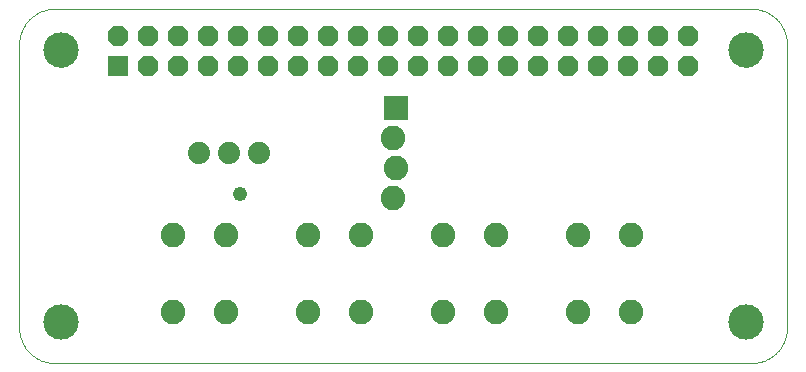
<source format=gbs>
G75*
%MOIN*%
%OFA0B0*%
%FSLAX25Y25*%
%IPPOS*%
%LPD*%
%AMOC8*
5,1,8,0,0,1.08239X$1,22.5*
%
%ADD10C,0.07400*%
%ADD11C,0.08200*%
%ADD12R,0.08200X0.08200*%
%ADD13C,0.00000*%
%ADD14C,0.11824*%
%ADD15R,0.06800X0.06800*%
%ADD16OC8,0.06800*%
%ADD17C,0.04800*%
D10*
X0065000Y0075000D03*
X0075000Y0075000D03*
X0085000Y0075000D03*
D11*
X0129500Y0080000D03*
X0130500Y0070000D03*
X0129500Y0060000D03*
X0118900Y0047800D03*
X0101100Y0047800D03*
X0073900Y0047800D03*
X0056100Y0047800D03*
X0056100Y0022200D03*
X0073900Y0022200D03*
X0101100Y0022200D03*
X0118900Y0022200D03*
X0146100Y0022200D03*
X0163900Y0022200D03*
X0191100Y0022200D03*
X0208900Y0022200D03*
X0208900Y0047800D03*
X0191100Y0047800D03*
X0163900Y0047800D03*
X0146100Y0047800D03*
D12*
X0130500Y0090000D03*
D13*
X0016811Y0005000D02*
X0249094Y0005000D01*
X0249379Y0005003D01*
X0249665Y0005014D01*
X0249950Y0005031D01*
X0250234Y0005055D01*
X0250518Y0005086D01*
X0250801Y0005124D01*
X0251082Y0005169D01*
X0251363Y0005220D01*
X0251643Y0005278D01*
X0251921Y0005343D01*
X0252197Y0005415D01*
X0252471Y0005493D01*
X0252744Y0005578D01*
X0253014Y0005670D01*
X0253282Y0005768D01*
X0253548Y0005872D01*
X0253811Y0005983D01*
X0254071Y0006100D01*
X0254329Y0006223D01*
X0254583Y0006353D01*
X0254834Y0006489D01*
X0255082Y0006630D01*
X0255326Y0006778D01*
X0255567Y0006931D01*
X0255803Y0007091D01*
X0256036Y0007256D01*
X0256265Y0007426D01*
X0256490Y0007602D01*
X0256710Y0007784D01*
X0256926Y0007970D01*
X0257137Y0008162D01*
X0257344Y0008359D01*
X0257546Y0008561D01*
X0257743Y0008768D01*
X0257935Y0008979D01*
X0258121Y0009195D01*
X0258303Y0009415D01*
X0258479Y0009640D01*
X0258649Y0009869D01*
X0258814Y0010102D01*
X0258974Y0010338D01*
X0259127Y0010579D01*
X0259275Y0010823D01*
X0259416Y0011071D01*
X0259552Y0011322D01*
X0259682Y0011576D01*
X0259805Y0011834D01*
X0259922Y0012094D01*
X0260033Y0012357D01*
X0260137Y0012623D01*
X0260235Y0012891D01*
X0260327Y0013161D01*
X0260412Y0013434D01*
X0260490Y0013708D01*
X0260562Y0013984D01*
X0260627Y0014262D01*
X0260685Y0014542D01*
X0260736Y0014823D01*
X0260781Y0015104D01*
X0260819Y0015387D01*
X0260850Y0015671D01*
X0260874Y0015955D01*
X0260891Y0016240D01*
X0260902Y0016526D01*
X0260905Y0016811D01*
X0260906Y0016811D02*
X0260906Y0111299D01*
X0260905Y0111299D02*
X0260902Y0111584D01*
X0260891Y0111870D01*
X0260874Y0112155D01*
X0260850Y0112439D01*
X0260819Y0112723D01*
X0260781Y0113006D01*
X0260736Y0113287D01*
X0260685Y0113568D01*
X0260627Y0113848D01*
X0260562Y0114126D01*
X0260490Y0114402D01*
X0260412Y0114676D01*
X0260327Y0114949D01*
X0260235Y0115219D01*
X0260137Y0115487D01*
X0260033Y0115753D01*
X0259922Y0116016D01*
X0259805Y0116276D01*
X0259682Y0116534D01*
X0259552Y0116788D01*
X0259416Y0117039D01*
X0259275Y0117287D01*
X0259127Y0117531D01*
X0258974Y0117772D01*
X0258814Y0118008D01*
X0258649Y0118241D01*
X0258479Y0118470D01*
X0258303Y0118695D01*
X0258121Y0118915D01*
X0257935Y0119131D01*
X0257743Y0119342D01*
X0257546Y0119549D01*
X0257344Y0119751D01*
X0257137Y0119948D01*
X0256926Y0120140D01*
X0256710Y0120326D01*
X0256490Y0120508D01*
X0256265Y0120684D01*
X0256036Y0120854D01*
X0255803Y0121019D01*
X0255567Y0121179D01*
X0255326Y0121332D01*
X0255082Y0121480D01*
X0254834Y0121621D01*
X0254583Y0121757D01*
X0254329Y0121887D01*
X0254071Y0122010D01*
X0253811Y0122127D01*
X0253548Y0122238D01*
X0253282Y0122342D01*
X0253014Y0122440D01*
X0252744Y0122532D01*
X0252471Y0122617D01*
X0252197Y0122695D01*
X0251921Y0122767D01*
X0251643Y0122832D01*
X0251363Y0122890D01*
X0251082Y0122941D01*
X0250801Y0122986D01*
X0250518Y0123024D01*
X0250234Y0123055D01*
X0249950Y0123079D01*
X0249665Y0123096D01*
X0249379Y0123107D01*
X0249094Y0123110D01*
X0016811Y0123110D01*
X0016526Y0123107D01*
X0016240Y0123096D01*
X0015955Y0123079D01*
X0015671Y0123055D01*
X0015387Y0123024D01*
X0015104Y0122986D01*
X0014823Y0122941D01*
X0014542Y0122890D01*
X0014262Y0122832D01*
X0013984Y0122767D01*
X0013708Y0122695D01*
X0013434Y0122617D01*
X0013161Y0122532D01*
X0012891Y0122440D01*
X0012623Y0122342D01*
X0012357Y0122238D01*
X0012094Y0122127D01*
X0011834Y0122010D01*
X0011576Y0121887D01*
X0011322Y0121757D01*
X0011071Y0121621D01*
X0010823Y0121480D01*
X0010579Y0121332D01*
X0010338Y0121179D01*
X0010102Y0121019D01*
X0009869Y0120854D01*
X0009640Y0120684D01*
X0009415Y0120508D01*
X0009195Y0120326D01*
X0008979Y0120140D01*
X0008768Y0119948D01*
X0008561Y0119751D01*
X0008359Y0119549D01*
X0008162Y0119342D01*
X0007970Y0119131D01*
X0007784Y0118915D01*
X0007602Y0118695D01*
X0007426Y0118470D01*
X0007256Y0118241D01*
X0007091Y0118008D01*
X0006931Y0117772D01*
X0006778Y0117531D01*
X0006630Y0117287D01*
X0006489Y0117039D01*
X0006353Y0116788D01*
X0006223Y0116534D01*
X0006100Y0116276D01*
X0005983Y0116016D01*
X0005872Y0115753D01*
X0005768Y0115487D01*
X0005670Y0115219D01*
X0005578Y0114949D01*
X0005493Y0114676D01*
X0005415Y0114402D01*
X0005343Y0114126D01*
X0005278Y0113848D01*
X0005220Y0113568D01*
X0005169Y0113287D01*
X0005124Y0113006D01*
X0005086Y0112723D01*
X0005055Y0112439D01*
X0005031Y0112155D01*
X0005014Y0111870D01*
X0005003Y0111584D01*
X0005000Y0111299D01*
X0005000Y0016811D01*
X0005003Y0016526D01*
X0005014Y0016240D01*
X0005031Y0015955D01*
X0005055Y0015671D01*
X0005086Y0015387D01*
X0005124Y0015104D01*
X0005169Y0014823D01*
X0005220Y0014542D01*
X0005278Y0014262D01*
X0005343Y0013984D01*
X0005415Y0013708D01*
X0005493Y0013434D01*
X0005578Y0013161D01*
X0005670Y0012891D01*
X0005768Y0012623D01*
X0005872Y0012357D01*
X0005983Y0012094D01*
X0006100Y0011834D01*
X0006223Y0011576D01*
X0006353Y0011322D01*
X0006489Y0011071D01*
X0006630Y0010823D01*
X0006778Y0010579D01*
X0006931Y0010338D01*
X0007091Y0010102D01*
X0007256Y0009869D01*
X0007426Y0009640D01*
X0007602Y0009415D01*
X0007784Y0009195D01*
X0007970Y0008979D01*
X0008162Y0008768D01*
X0008359Y0008561D01*
X0008561Y0008359D01*
X0008768Y0008162D01*
X0008979Y0007970D01*
X0009195Y0007784D01*
X0009415Y0007602D01*
X0009640Y0007426D01*
X0009869Y0007256D01*
X0010102Y0007091D01*
X0010338Y0006931D01*
X0010579Y0006778D01*
X0010823Y0006630D01*
X0011071Y0006489D01*
X0011322Y0006353D01*
X0011576Y0006223D01*
X0011834Y0006100D01*
X0012094Y0005983D01*
X0012357Y0005872D01*
X0012623Y0005768D01*
X0012891Y0005670D01*
X0013161Y0005578D01*
X0013434Y0005493D01*
X0013708Y0005415D01*
X0013984Y0005343D01*
X0014262Y0005278D01*
X0014542Y0005220D01*
X0014823Y0005169D01*
X0015104Y0005124D01*
X0015387Y0005086D01*
X0015671Y0005055D01*
X0015955Y0005031D01*
X0016240Y0005014D01*
X0016526Y0005003D01*
X0016811Y0005000D01*
X0013268Y0018780D02*
X0013270Y0018928D01*
X0013276Y0019076D01*
X0013286Y0019224D01*
X0013300Y0019371D01*
X0013318Y0019518D01*
X0013339Y0019664D01*
X0013365Y0019810D01*
X0013395Y0019955D01*
X0013428Y0020099D01*
X0013466Y0020242D01*
X0013507Y0020384D01*
X0013552Y0020525D01*
X0013600Y0020665D01*
X0013653Y0020804D01*
X0013709Y0020941D01*
X0013769Y0021076D01*
X0013832Y0021210D01*
X0013899Y0021342D01*
X0013970Y0021472D01*
X0014044Y0021600D01*
X0014121Y0021726D01*
X0014202Y0021850D01*
X0014286Y0021972D01*
X0014373Y0022091D01*
X0014464Y0022208D01*
X0014558Y0022323D01*
X0014654Y0022435D01*
X0014754Y0022545D01*
X0014856Y0022651D01*
X0014962Y0022755D01*
X0015070Y0022856D01*
X0015181Y0022954D01*
X0015294Y0023050D01*
X0015410Y0023142D01*
X0015528Y0023231D01*
X0015649Y0023316D01*
X0015772Y0023399D01*
X0015897Y0023478D01*
X0016024Y0023554D01*
X0016153Y0023626D01*
X0016284Y0023695D01*
X0016417Y0023760D01*
X0016552Y0023821D01*
X0016688Y0023879D01*
X0016825Y0023934D01*
X0016964Y0023984D01*
X0017105Y0024031D01*
X0017246Y0024074D01*
X0017389Y0024114D01*
X0017533Y0024149D01*
X0017677Y0024181D01*
X0017823Y0024208D01*
X0017969Y0024232D01*
X0018116Y0024252D01*
X0018263Y0024268D01*
X0018410Y0024280D01*
X0018558Y0024288D01*
X0018706Y0024292D01*
X0018854Y0024292D01*
X0019002Y0024288D01*
X0019150Y0024280D01*
X0019297Y0024268D01*
X0019444Y0024252D01*
X0019591Y0024232D01*
X0019737Y0024208D01*
X0019883Y0024181D01*
X0020027Y0024149D01*
X0020171Y0024114D01*
X0020314Y0024074D01*
X0020455Y0024031D01*
X0020596Y0023984D01*
X0020735Y0023934D01*
X0020872Y0023879D01*
X0021008Y0023821D01*
X0021143Y0023760D01*
X0021276Y0023695D01*
X0021407Y0023626D01*
X0021536Y0023554D01*
X0021663Y0023478D01*
X0021788Y0023399D01*
X0021911Y0023316D01*
X0022032Y0023231D01*
X0022150Y0023142D01*
X0022266Y0023050D01*
X0022379Y0022954D01*
X0022490Y0022856D01*
X0022598Y0022755D01*
X0022704Y0022651D01*
X0022806Y0022545D01*
X0022906Y0022435D01*
X0023002Y0022323D01*
X0023096Y0022208D01*
X0023187Y0022091D01*
X0023274Y0021972D01*
X0023358Y0021850D01*
X0023439Y0021726D01*
X0023516Y0021600D01*
X0023590Y0021472D01*
X0023661Y0021342D01*
X0023728Y0021210D01*
X0023791Y0021076D01*
X0023851Y0020941D01*
X0023907Y0020804D01*
X0023960Y0020665D01*
X0024008Y0020525D01*
X0024053Y0020384D01*
X0024094Y0020242D01*
X0024132Y0020099D01*
X0024165Y0019955D01*
X0024195Y0019810D01*
X0024221Y0019664D01*
X0024242Y0019518D01*
X0024260Y0019371D01*
X0024274Y0019224D01*
X0024284Y0019076D01*
X0024290Y0018928D01*
X0024292Y0018780D01*
X0024290Y0018632D01*
X0024284Y0018484D01*
X0024274Y0018336D01*
X0024260Y0018189D01*
X0024242Y0018042D01*
X0024221Y0017896D01*
X0024195Y0017750D01*
X0024165Y0017605D01*
X0024132Y0017461D01*
X0024094Y0017318D01*
X0024053Y0017176D01*
X0024008Y0017035D01*
X0023960Y0016895D01*
X0023907Y0016756D01*
X0023851Y0016619D01*
X0023791Y0016484D01*
X0023728Y0016350D01*
X0023661Y0016218D01*
X0023590Y0016088D01*
X0023516Y0015960D01*
X0023439Y0015834D01*
X0023358Y0015710D01*
X0023274Y0015588D01*
X0023187Y0015469D01*
X0023096Y0015352D01*
X0023002Y0015237D01*
X0022906Y0015125D01*
X0022806Y0015015D01*
X0022704Y0014909D01*
X0022598Y0014805D01*
X0022490Y0014704D01*
X0022379Y0014606D01*
X0022266Y0014510D01*
X0022150Y0014418D01*
X0022032Y0014329D01*
X0021911Y0014244D01*
X0021788Y0014161D01*
X0021663Y0014082D01*
X0021536Y0014006D01*
X0021407Y0013934D01*
X0021276Y0013865D01*
X0021143Y0013800D01*
X0021008Y0013739D01*
X0020872Y0013681D01*
X0020735Y0013626D01*
X0020596Y0013576D01*
X0020455Y0013529D01*
X0020314Y0013486D01*
X0020171Y0013446D01*
X0020027Y0013411D01*
X0019883Y0013379D01*
X0019737Y0013352D01*
X0019591Y0013328D01*
X0019444Y0013308D01*
X0019297Y0013292D01*
X0019150Y0013280D01*
X0019002Y0013272D01*
X0018854Y0013268D01*
X0018706Y0013268D01*
X0018558Y0013272D01*
X0018410Y0013280D01*
X0018263Y0013292D01*
X0018116Y0013308D01*
X0017969Y0013328D01*
X0017823Y0013352D01*
X0017677Y0013379D01*
X0017533Y0013411D01*
X0017389Y0013446D01*
X0017246Y0013486D01*
X0017105Y0013529D01*
X0016964Y0013576D01*
X0016825Y0013626D01*
X0016688Y0013681D01*
X0016552Y0013739D01*
X0016417Y0013800D01*
X0016284Y0013865D01*
X0016153Y0013934D01*
X0016024Y0014006D01*
X0015897Y0014082D01*
X0015772Y0014161D01*
X0015649Y0014244D01*
X0015528Y0014329D01*
X0015410Y0014418D01*
X0015294Y0014510D01*
X0015181Y0014606D01*
X0015070Y0014704D01*
X0014962Y0014805D01*
X0014856Y0014909D01*
X0014754Y0015015D01*
X0014654Y0015125D01*
X0014558Y0015237D01*
X0014464Y0015352D01*
X0014373Y0015469D01*
X0014286Y0015588D01*
X0014202Y0015710D01*
X0014121Y0015834D01*
X0014044Y0015960D01*
X0013970Y0016088D01*
X0013899Y0016218D01*
X0013832Y0016350D01*
X0013769Y0016484D01*
X0013709Y0016619D01*
X0013653Y0016756D01*
X0013600Y0016895D01*
X0013552Y0017035D01*
X0013507Y0017176D01*
X0013466Y0017318D01*
X0013428Y0017461D01*
X0013395Y0017605D01*
X0013365Y0017750D01*
X0013339Y0017896D01*
X0013318Y0018042D01*
X0013300Y0018189D01*
X0013286Y0018336D01*
X0013276Y0018484D01*
X0013270Y0018632D01*
X0013268Y0018780D01*
X0013268Y0109331D02*
X0013270Y0109479D01*
X0013276Y0109627D01*
X0013286Y0109775D01*
X0013300Y0109922D01*
X0013318Y0110069D01*
X0013339Y0110215D01*
X0013365Y0110361D01*
X0013395Y0110506D01*
X0013428Y0110650D01*
X0013466Y0110793D01*
X0013507Y0110935D01*
X0013552Y0111076D01*
X0013600Y0111216D01*
X0013653Y0111355D01*
X0013709Y0111492D01*
X0013769Y0111627D01*
X0013832Y0111761D01*
X0013899Y0111893D01*
X0013970Y0112023D01*
X0014044Y0112151D01*
X0014121Y0112277D01*
X0014202Y0112401D01*
X0014286Y0112523D01*
X0014373Y0112642D01*
X0014464Y0112759D01*
X0014558Y0112874D01*
X0014654Y0112986D01*
X0014754Y0113096D01*
X0014856Y0113202D01*
X0014962Y0113306D01*
X0015070Y0113407D01*
X0015181Y0113505D01*
X0015294Y0113601D01*
X0015410Y0113693D01*
X0015528Y0113782D01*
X0015649Y0113867D01*
X0015772Y0113950D01*
X0015897Y0114029D01*
X0016024Y0114105D01*
X0016153Y0114177D01*
X0016284Y0114246D01*
X0016417Y0114311D01*
X0016552Y0114372D01*
X0016688Y0114430D01*
X0016825Y0114485D01*
X0016964Y0114535D01*
X0017105Y0114582D01*
X0017246Y0114625D01*
X0017389Y0114665D01*
X0017533Y0114700D01*
X0017677Y0114732D01*
X0017823Y0114759D01*
X0017969Y0114783D01*
X0018116Y0114803D01*
X0018263Y0114819D01*
X0018410Y0114831D01*
X0018558Y0114839D01*
X0018706Y0114843D01*
X0018854Y0114843D01*
X0019002Y0114839D01*
X0019150Y0114831D01*
X0019297Y0114819D01*
X0019444Y0114803D01*
X0019591Y0114783D01*
X0019737Y0114759D01*
X0019883Y0114732D01*
X0020027Y0114700D01*
X0020171Y0114665D01*
X0020314Y0114625D01*
X0020455Y0114582D01*
X0020596Y0114535D01*
X0020735Y0114485D01*
X0020872Y0114430D01*
X0021008Y0114372D01*
X0021143Y0114311D01*
X0021276Y0114246D01*
X0021407Y0114177D01*
X0021536Y0114105D01*
X0021663Y0114029D01*
X0021788Y0113950D01*
X0021911Y0113867D01*
X0022032Y0113782D01*
X0022150Y0113693D01*
X0022266Y0113601D01*
X0022379Y0113505D01*
X0022490Y0113407D01*
X0022598Y0113306D01*
X0022704Y0113202D01*
X0022806Y0113096D01*
X0022906Y0112986D01*
X0023002Y0112874D01*
X0023096Y0112759D01*
X0023187Y0112642D01*
X0023274Y0112523D01*
X0023358Y0112401D01*
X0023439Y0112277D01*
X0023516Y0112151D01*
X0023590Y0112023D01*
X0023661Y0111893D01*
X0023728Y0111761D01*
X0023791Y0111627D01*
X0023851Y0111492D01*
X0023907Y0111355D01*
X0023960Y0111216D01*
X0024008Y0111076D01*
X0024053Y0110935D01*
X0024094Y0110793D01*
X0024132Y0110650D01*
X0024165Y0110506D01*
X0024195Y0110361D01*
X0024221Y0110215D01*
X0024242Y0110069D01*
X0024260Y0109922D01*
X0024274Y0109775D01*
X0024284Y0109627D01*
X0024290Y0109479D01*
X0024292Y0109331D01*
X0024290Y0109183D01*
X0024284Y0109035D01*
X0024274Y0108887D01*
X0024260Y0108740D01*
X0024242Y0108593D01*
X0024221Y0108447D01*
X0024195Y0108301D01*
X0024165Y0108156D01*
X0024132Y0108012D01*
X0024094Y0107869D01*
X0024053Y0107727D01*
X0024008Y0107586D01*
X0023960Y0107446D01*
X0023907Y0107307D01*
X0023851Y0107170D01*
X0023791Y0107035D01*
X0023728Y0106901D01*
X0023661Y0106769D01*
X0023590Y0106639D01*
X0023516Y0106511D01*
X0023439Y0106385D01*
X0023358Y0106261D01*
X0023274Y0106139D01*
X0023187Y0106020D01*
X0023096Y0105903D01*
X0023002Y0105788D01*
X0022906Y0105676D01*
X0022806Y0105566D01*
X0022704Y0105460D01*
X0022598Y0105356D01*
X0022490Y0105255D01*
X0022379Y0105157D01*
X0022266Y0105061D01*
X0022150Y0104969D01*
X0022032Y0104880D01*
X0021911Y0104795D01*
X0021788Y0104712D01*
X0021663Y0104633D01*
X0021536Y0104557D01*
X0021407Y0104485D01*
X0021276Y0104416D01*
X0021143Y0104351D01*
X0021008Y0104290D01*
X0020872Y0104232D01*
X0020735Y0104177D01*
X0020596Y0104127D01*
X0020455Y0104080D01*
X0020314Y0104037D01*
X0020171Y0103997D01*
X0020027Y0103962D01*
X0019883Y0103930D01*
X0019737Y0103903D01*
X0019591Y0103879D01*
X0019444Y0103859D01*
X0019297Y0103843D01*
X0019150Y0103831D01*
X0019002Y0103823D01*
X0018854Y0103819D01*
X0018706Y0103819D01*
X0018558Y0103823D01*
X0018410Y0103831D01*
X0018263Y0103843D01*
X0018116Y0103859D01*
X0017969Y0103879D01*
X0017823Y0103903D01*
X0017677Y0103930D01*
X0017533Y0103962D01*
X0017389Y0103997D01*
X0017246Y0104037D01*
X0017105Y0104080D01*
X0016964Y0104127D01*
X0016825Y0104177D01*
X0016688Y0104232D01*
X0016552Y0104290D01*
X0016417Y0104351D01*
X0016284Y0104416D01*
X0016153Y0104485D01*
X0016024Y0104557D01*
X0015897Y0104633D01*
X0015772Y0104712D01*
X0015649Y0104795D01*
X0015528Y0104880D01*
X0015410Y0104969D01*
X0015294Y0105061D01*
X0015181Y0105157D01*
X0015070Y0105255D01*
X0014962Y0105356D01*
X0014856Y0105460D01*
X0014754Y0105566D01*
X0014654Y0105676D01*
X0014558Y0105788D01*
X0014464Y0105903D01*
X0014373Y0106020D01*
X0014286Y0106139D01*
X0014202Y0106261D01*
X0014121Y0106385D01*
X0014044Y0106511D01*
X0013970Y0106639D01*
X0013899Y0106769D01*
X0013832Y0106901D01*
X0013769Y0107035D01*
X0013709Y0107170D01*
X0013653Y0107307D01*
X0013600Y0107446D01*
X0013552Y0107586D01*
X0013507Y0107727D01*
X0013466Y0107869D01*
X0013428Y0108012D01*
X0013395Y0108156D01*
X0013365Y0108301D01*
X0013339Y0108447D01*
X0013318Y0108593D01*
X0013300Y0108740D01*
X0013286Y0108887D01*
X0013276Y0109035D01*
X0013270Y0109183D01*
X0013268Y0109331D01*
X0241614Y0109331D02*
X0241616Y0109479D01*
X0241622Y0109627D01*
X0241632Y0109775D01*
X0241646Y0109922D01*
X0241664Y0110069D01*
X0241685Y0110215D01*
X0241711Y0110361D01*
X0241741Y0110506D01*
X0241774Y0110650D01*
X0241812Y0110793D01*
X0241853Y0110935D01*
X0241898Y0111076D01*
X0241946Y0111216D01*
X0241999Y0111355D01*
X0242055Y0111492D01*
X0242115Y0111627D01*
X0242178Y0111761D01*
X0242245Y0111893D01*
X0242316Y0112023D01*
X0242390Y0112151D01*
X0242467Y0112277D01*
X0242548Y0112401D01*
X0242632Y0112523D01*
X0242719Y0112642D01*
X0242810Y0112759D01*
X0242904Y0112874D01*
X0243000Y0112986D01*
X0243100Y0113096D01*
X0243202Y0113202D01*
X0243308Y0113306D01*
X0243416Y0113407D01*
X0243527Y0113505D01*
X0243640Y0113601D01*
X0243756Y0113693D01*
X0243874Y0113782D01*
X0243995Y0113867D01*
X0244118Y0113950D01*
X0244243Y0114029D01*
X0244370Y0114105D01*
X0244499Y0114177D01*
X0244630Y0114246D01*
X0244763Y0114311D01*
X0244898Y0114372D01*
X0245034Y0114430D01*
X0245171Y0114485D01*
X0245310Y0114535D01*
X0245451Y0114582D01*
X0245592Y0114625D01*
X0245735Y0114665D01*
X0245879Y0114700D01*
X0246023Y0114732D01*
X0246169Y0114759D01*
X0246315Y0114783D01*
X0246462Y0114803D01*
X0246609Y0114819D01*
X0246756Y0114831D01*
X0246904Y0114839D01*
X0247052Y0114843D01*
X0247200Y0114843D01*
X0247348Y0114839D01*
X0247496Y0114831D01*
X0247643Y0114819D01*
X0247790Y0114803D01*
X0247937Y0114783D01*
X0248083Y0114759D01*
X0248229Y0114732D01*
X0248373Y0114700D01*
X0248517Y0114665D01*
X0248660Y0114625D01*
X0248801Y0114582D01*
X0248942Y0114535D01*
X0249081Y0114485D01*
X0249218Y0114430D01*
X0249354Y0114372D01*
X0249489Y0114311D01*
X0249622Y0114246D01*
X0249753Y0114177D01*
X0249882Y0114105D01*
X0250009Y0114029D01*
X0250134Y0113950D01*
X0250257Y0113867D01*
X0250378Y0113782D01*
X0250496Y0113693D01*
X0250612Y0113601D01*
X0250725Y0113505D01*
X0250836Y0113407D01*
X0250944Y0113306D01*
X0251050Y0113202D01*
X0251152Y0113096D01*
X0251252Y0112986D01*
X0251348Y0112874D01*
X0251442Y0112759D01*
X0251533Y0112642D01*
X0251620Y0112523D01*
X0251704Y0112401D01*
X0251785Y0112277D01*
X0251862Y0112151D01*
X0251936Y0112023D01*
X0252007Y0111893D01*
X0252074Y0111761D01*
X0252137Y0111627D01*
X0252197Y0111492D01*
X0252253Y0111355D01*
X0252306Y0111216D01*
X0252354Y0111076D01*
X0252399Y0110935D01*
X0252440Y0110793D01*
X0252478Y0110650D01*
X0252511Y0110506D01*
X0252541Y0110361D01*
X0252567Y0110215D01*
X0252588Y0110069D01*
X0252606Y0109922D01*
X0252620Y0109775D01*
X0252630Y0109627D01*
X0252636Y0109479D01*
X0252638Y0109331D01*
X0252636Y0109183D01*
X0252630Y0109035D01*
X0252620Y0108887D01*
X0252606Y0108740D01*
X0252588Y0108593D01*
X0252567Y0108447D01*
X0252541Y0108301D01*
X0252511Y0108156D01*
X0252478Y0108012D01*
X0252440Y0107869D01*
X0252399Y0107727D01*
X0252354Y0107586D01*
X0252306Y0107446D01*
X0252253Y0107307D01*
X0252197Y0107170D01*
X0252137Y0107035D01*
X0252074Y0106901D01*
X0252007Y0106769D01*
X0251936Y0106639D01*
X0251862Y0106511D01*
X0251785Y0106385D01*
X0251704Y0106261D01*
X0251620Y0106139D01*
X0251533Y0106020D01*
X0251442Y0105903D01*
X0251348Y0105788D01*
X0251252Y0105676D01*
X0251152Y0105566D01*
X0251050Y0105460D01*
X0250944Y0105356D01*
X0250836Y0105255D01*
X0250725Y0105157D01*
X0250612Y0105061D01*
X0250496Y0104969D01*
X0250378Y0104880D01*
X0250257Y0104795D01*
X0250134Y0104712D01*
X0250009Y0104633D01*
X0249882Y0104557D01*
X0249753Y0104485D01*
X0249622Y0104416D01*
X0249489Y0104351D01*
X0249354Y0104290D01*
X0249218Y0104232D01*
X0249081Y0104177D01*
X0248942Y0104127D01*
X0248801Y0104080D01*
X0248660Y0104037D01*
X0248517Y0103997D01*
X0248373Y0103962D01*
X0248229Y0103930D01*
X0248083Y0103903D01*
X0247937Y0103879D01*
X0247790Y0103859D01*
X0247643Y0103843D01*
X0247496Y0103831D01*
X0247348Y0103823D01*
X0247200Y0103819D01*
X0247052Y0103819D01*
X0246904Y0103823D01*
X0246756Y0103831D01*
X0246609Y0103843D01*
X0246462Y0103859D01*
X0246315Y0103879D01*
X0246169Y0103903D01*
X0246023Y0103930D01*
X0245879Y0103962D01*
X0245735Y0103997D01*
X0245592Y0104037D01*
X0245451Y0104080D01*
X0245310Y0104127D01*
X0245171Y0104177D01*
X0245034Y0104232D01*
X0244898Y0104290D01*
X0244763Y0104351D01*
X0244630Y0104416D01*
X0244499Y0104485D01*
X0244370Y0104557D01*
X0244243Y0104633D01*
X0244118Y0104712D01*
X0243995Y0104795D01*
X0243874Y0104880D01*
X0243756Y0104969D01*
X0243640Y0105061D01*
X0243527Y0105157D01*
X0243416Y0105255D01*
X0243308Y0105356D01*
X0243202Y0105460D01*
X0243100Y0105566D01*
X0243000Y0105676D01*
X0242904Y0105788D01*
X0242810Y0105903D01*
X0242719Y0106020D01*
X0242632Y0106139D01*
X0242548Y0106261D01*
X0242467Y0106385D01*
X0242390Y0106511D01*
X0242316Y0106639D01*
X0242245Y0106769D01*
X0242178Y0106901D01*
X0242115Y0107035D01*
X0242055Y0107170D01*
X0241999Y0107307D01*
X0241946Y0107446D01*
X0241898Y0107586D01*
X0241853Y0107727D01*
X0241812Y0107869D01*
X0241774Y0108012D01*
X0241741Y0108156D01*
X0241711Y0108301D01*
X0241685Y0108447D01*
X0241664Y0108593D01*
X0241646Y0108740D01*
X0241632Y0108887D01*
X0241622Y0109035D01*
X0241616Y0109183D01*
X0241614Y0109331D01*
X0241614Y0018780D02*
X0241616Y0018928D01*
X0241622Y0019076D01*
X0241632Y0019224D01*
X0241646Y0019371D01*
X0241664Y0019518D01*
X0241685Y0019664D01*
X0241711Y0019810D01*
X0241741Y0019955D01*
X0241774Y0020099D01*
X0241812Y0020242D01*
X0241853Y0020384D01*
X0241898Y0020525D01*
X0241946Y0020665D01*
X0241999Y0020804D01*
X0242055Y0020941D01*
X0242115Y0021076D01*
X0242178Y0021210D01*
X0242245Y0021342D01*
X0242316Y0021472D01*
X0242390Y0021600D01*
X0242467Y0021726D01*
X0242548Y0021850D01*
X0242632Y0021972D01*
X0242719Y0022091D01*
X0242810Y0022208D01*
X0242904Y0022323D01*
X0243000Y0022435D01*
X0243100Y0022545D01*
X0243202Y0022651D01*
X0243308Y0022755D01*
X0243416Y0022856D01*
X0243527Y0022954D01*
X0243640Y0023050D01*
X0243756Y0023142D01*
X0243874Y0023231D01*
X0243995Y0023316D01*
X0244118Y0023399D01*
X0244243Y0023478D01*
X0244370Y0023554D01*
X0244499Y0023626D01*
X0244630Y0023695D01*
X0244763Y0023760D01*
X0244898Y0023821D01*
X0245034Y0023879D01*
X0245171Y0023934D01*
X0245310Y0023984D01*
X0245451Y0024031D01*
X0245592Y0024074D01*
X0245735Y0024114D01*
X0245879Y0024149D01*
X0246023Y0024181D01*
X0246169Y0024208D01*
X0246315Y0024232D01*
X0246462Y0024252D01*
X0246609Y0024268D01*
X0246756Y0024280D01*
X0246904Y0024288D01*
X0247052Y0024292D01*
X0247200Y0024292D01*
X0247348Y0024288D01*
X0247496Y0024280D01*
X0247643Y0024268D01*
X0247790Y0024252D01*
X0247937Y0024232D01*
X0248083Y0024208D01*
X0248229Y0024181D01*
X0248373Y0024149D01*
X0248517Y0024114D01*
X0248660Y0024074D01*
X0248801Y0024031D01*
X0248942Y0023984D01*
X0249081Y0023934D01*
X0249218Y0023879D01*
X0249354Y0023821D01*
X0249489Y0023760D01*
X0249622Y0023695D01*
X0249753Y0023626D01*
X0249882Y0023554D01*
X0250009Y0023478D01*
X0250134Y0023399D01*
X0250257Y0023316D01*
X0250378Y0023231D01*
X0250496Y0023142D01*
X0250612Y0023050D01*
X0250725Y0022954D01*
X0250836Y0022856D01*
X0250944Y0022755D01*
X0251050Y0022651D01*
X0251152Y0022545D01*
X0251252Y0022435D01*
X0251348Y0022323D01*
X0251442Y0022208D01*
X0251533Y0022091D01*
X0251620Y0021972D01*
X0251704Y0021850D01*
X0251785Y0021726D01*
X0251862Y0021600D01*
X0251936Y0021472D01*
X0252007Y0021342D01*
X0252074Y0021210D01*
X0252137Y0021076D01*
X0252197Y0020941D01*
X0252253Y0020804D01*
X0252306Y0020665D01*
X0252354Y0020525D01*
X0252399Y0020384D01*
X0252440Y0020242D01*
X0252478Y0020099D01*
X0252511Y0019955D01*
X0252541Y0019810D01*
X0252567Y0019664D01*
X0252588Y0019518D01*
X0252606Y0019371D01*
X0252620Y0019224D01*
X0252630Y0019076D01*
X0252636Y0018928D01*
X0252638Y0018780D01*
X0252636Y0018632D01*
X0252630Y0018484D01*
X0252620Y0018336D01*
X0252606Y0018189D01*
X0252588Y0018042D01*
X0252567Y0017896D01*
X0252541Y0017750D01*
X0252511Y0017605D01*
X0252478Y0017461D01*
X0252440Y0017318D01*
X0252399Y0017176D01*
X0252354Y0017035D01*
X0252306Y0016895D01*
X0252253Y0016756D01*
X0252197Y0016619D01*
X0252137Y0016484D01*
X0252074Y0016350D01*
X0252007Y0016218D01*
X0251936Y0016088D01*
X0251862Y0015960D01*
X0251785Y0015834D01*
X0251704Y0015710D01*
X0251620Y0015588D01*
X0251533Y0015469D01*
X0251442Y0015352D01*
X0251348Y0015237D01*
X0251252Y0015125D01*
X0251152Y0015015D01*
X0251050Y0014909D01*
X0250944Y0014805D01*
X0250836Y0014704D01*
X0250725Y0014606D01*
X0250612Y0014510D01*
X0250496Y0014418D01*
X0250378Y0014329D01*
X0250257Y0014244D01*
X0250134Y0014161D01*
X0250009Y0014082D01*
X0249882Y0014006D01*
X0249753Y0013934D01*
X0249622Y0013865D01*
X0249489Y0013800D01*
X0249354Y0013739D01*
X0249218Y0013681D01*
X0249081Y0013626D01*
X0248942Y0013576D01*
X0248801Y0013529D01*
X0248660Y0013486D01*
X0248517Y0013446D01*
X0248373Y0013411D01*
X0248229Y0013379D01*
X0248083Y0013352D01*
X0247937Y0013328D01*
X0247790Y0013308D01*
X0247643Y0013292D01*
X0247496Y0013280D01*
X0247348Y0013272D01*
X0247200Y0013268D01*
X0247052Y0013268D01*
X0246904Y0013272D01*
X0246756Y0013280D01*
X0246609Y0013292D01*
X0246462Y0013308D01*
X0246315Y0013328D01*
X0246169Y0013352D01*
X0246023Y0013379D01*
X0245879Y0013411D01*
X0245735Y0013446D01*
X0245592Y0013486D01*
X0245451Y0013529D01*
X0245310Y0013576D01*
X0245171Y0013626D01*
X0245034Y0013681D01*
X0244898Y0013739D01*
X0244763Y0013800D01*
X0244630Y0013865D01*
X0244499Y0013934D01*
X0244370Y0014006D01*
X0244243Y0014082D01*
X0244118Y0014161D01*
X0243995Y0014244D01*
X0243874Y0014329D01*
X0243756Y0014418D01*
X0243640Y0014510D01*
X0243527Y0014606D01*
X0243416Y0014704D01*
X0243308Y0014805D01*
X0243202Y0014909D01*
X0243100Y0015015D01*
X0243000Y0015125D01*
X0242904Y0015237D01*
X0242810Y0015352D01*
X0242719Y0015469D01*
X0242632Y0015588D01*
X0242548Y0015710D01*
X0242467Y0015834D01*
X0242390Y0015960D01*
X0242316Y0016088D01*
X0242245Y0016218D01*
X0242178Y0016350D01*
X0242115Y0016484D01*
X0242055Y0016619D01*
X0241999Y0016756D01*
X0241946Y0016895D01*
X0241898Y0017035D01*
X0241853Y0017176D01*
X0241812Y0017318D01*
X0241774Y0017461D01*
X0241741Y0017605D01*
X0241711Y0017750D01*
X0241685Y0017896D01*
X0241664Y0018042D01*
X0241646Y0018189D01*
X0241632Y0018336D01*
X0241622Y0018484D01*
X0241616Y0018632D01*
X0241614Y0018780D01*
D14*
X0247126Y0018780D03*
X0247126Y0109331D03*
X0018780Y0109331D03*
X0018780Y0018780D03*
D15*
X0037835Y0104016D03*
D16*
X0047835Y0104016D03*
X0057835Y0104016D03*
X0067835Y0104016D03*
X0077835Y0104016D03*
X0087835Y0104016D03*
X0097835Y0104016D03*
X0107835Y0104016D03*
X0117835Y0104016D03*
X0127835Y0104016D03*
X0137835Y0104016D03*
X0147835Y0104016D03*
X0157835Y0104016D03*
X0167835Y0104016D03*
X0177835Y0104016D03*
X0187835Y0104016D03*
X0197835Y0104016D03*
X0207835Y0104016D03*
X0217835Y0104016D03*
X0227835Y0104016D03*
X0227835Y0114016D03*
X0217835Y0114016D03*
X0207835Y0114016D03*
X0197835Y0114016D03*
X0187835Y0114016D03*
X0177835Y0114016D03*
X0167835Y0114016D03*
X0157835Y0114016D03*
X0147835Y0114016D03*
X0137835Y0114016D03*
X0127835Y0114016D03*
X0117835Y0114016D03*
X0107835Y0114016D03*
X0097835Y0114016D03*
X0087835Y0114016D03*
X0077835Y0114016D03*
X0067835Y0114016D03*
X0057835Y0114016D03*
X0047835Y0114016D03*
X0037835Y0114016D03*
D17*
X0078500Y0061400D03*
M02*

</source>
